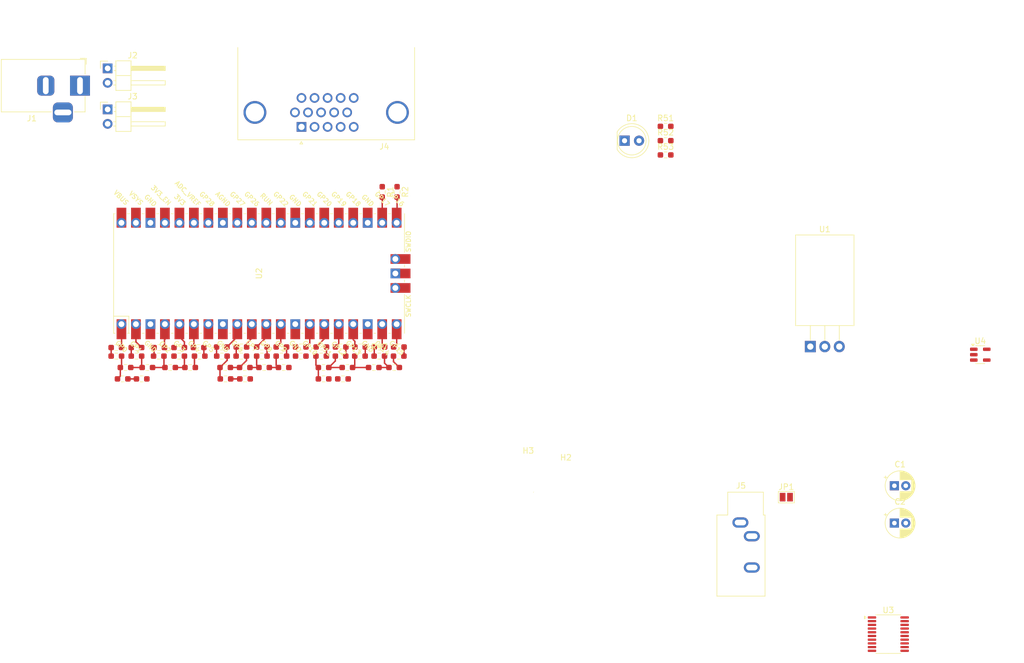
<source format=kicad_pcb>
(kicad_pcb (version 20240108) (generator "pcbnew") (generator_version "8.0")
  (title_block (title "Simplified Pico VGA") (date "2022-12-20") (rev "v01") (comment 3 "License: MIT") (comment 4 "Author: Ben Pohlman"))
  (layers (0 "F.Cu" signal) (31 "B.Cu" signal) (34 "B.Paste" user) (35 "F.Paste" user) (36 "B.SilkS" user "B.Silkscreen") (37 "F.SilkS" user "F.Silkscreen") (38 "B.Mask" user) (39 "F.Mask" user) (44 "Edge.Cuts" user))
  (net 0 "")
  (net 1 "GND")
  (net 2 "/VSYNC")
  (net 3 "/VGA_B")
  (net 4 "/HSYNC")
  (net 5 "/VGA_G")
  (net 6 "/VGA_R")
  (net 7 "/GPIO4")
  (net 8 "/GPIO3")
  (net 9 "/GPIO2")
  (net 10 "/GPIO1")
  (net 11 "/GPIO0")
  (net 12 "/GPIO10")
  (net 13 "/GPIO9")
  (net 14 "/GPIO8")
  (net 15 "/GPIO7")
  (net 16 "/GPIO6")
  (net 17 "/GPIO15")
  (net 18 "/GPIO14")
  (net 19 "/GPIO13")
  (net 20 "/GPIO12")
  (net 21 "/GPIO11")
  (net 22 "/SCL")
  (net 23 "/SDA")
  (net 24 "Net-(J4-Pad14)")
  (net 25 "+5V")
  (net 26 "Net-(R10-Pad1)")
  (net 27 "Net-(R21-Pad2)")
  (net 28 "Net-(R11-Pad2)")
  (net 29 "Net-(R11-Pad1)")
  (net 30 "Net-(R12-Pad1)")
  (net 31 "Net-(R12-Pad2)")
  (net 32 "Net-(R15-Pad2)")
  (net 33 "Net-(R18-Pad2)")
  (net 34 "Net-(R19-Pad2)")
  (net 35 "Net-(R25-Pad2)")
  (net 36 "Net-(R31-Pad2)")
  (net 37 "Net-(R35-Pad2)")
  (net 38 "Net-(R37-Pad2)")
  (net 39 "Net-(R39-Pad2)")
  (net 40 "Net-(R42-Pad2)")
  (net 41 "Net-(R45-Pad2)")
  (net 42 "VIN")
  (net 48 "Net-(J4-Pad13)")
  (net 49 "Net-(C12-Pad1)")
  (net 50 "Net-(R3-Pad2)")
  (net 51 "Net-(R5-Pad2)")
  (net 52 "Net-(R7-Pad2)")
  (net 53 "Net-(R13-Pad2)")
  (net 54 "Net-(R17-Pad2)")
  (net 55 "Net-(R23-Pad2)")
  (net 56 "Net-(R24-Pad2)")
  (net 57 "Net-(R27-Pad2)")
  (net 58 "Net-(R33-Pad2)")
  (net 59 "Net-(R36-Pad2)")
  (net 60 "Net-(R40-Pad2)")
  (net 61 "Net-(R43-Pad2)")
  (net 62 "Net-(R46-Pad2)")
  (net 63 "Net-(R49-Pad2)")
  (net 67 "Net-(C13-Pad1)")
  (net 70 "/GPIO28")
  (net 71 "Net-(D1-A)")
  (net 74 "/GPIO26")
  (net 75 "Net-(JP1-A)")
  (net 78 "+3V3 (OUT)")
  (net 81 "/GPIO27")
  (net 84 "Net-(U3-CAPP)")
  (net 88 "Net-(U3-CAPM)")
  (net 90 "Net-(U3-LDOO)")
  (net 91 "Net-(U3-OUTR)")
  (net 92 "Net-(U3-VNEG)")
  (net 93 "Net-(U3-OUTL)")
  (net 94 "+3V3")
  (net 95 "Net-(U4-BYP)")
  (footprint "Resistor_SMD:R_0603_1608Metric_Pad0.98x0.95mm_HandSolder" (layer "F.Cu") (at 107 46.2875 -90)
    (property "Reference" "R2")
    (property "Value" "47")
  )
  (footprint "Resistor_SMD:R_0603_1608Metric_Pad0.98x0.95mm_HandSolder" (layer "F.Cu") (at 90.1125 73.5 180)
    (property "Reference" "R33" (hide yes))
    (property "Value" "R")
  )
  (footprint "Resistor_SMD:R_0603_1608Metric_Pad0.98x0.95mm_HandSolder" (layer "F.Cu") (at 154.0875 37.29)
    (property "Reference" "R52")
    (property "Value" "470")
  )
  (footprint "Connector_PinHeader_2.54mm:PinHeader_1x02_P2.54mm_Horizontal" (layer "F.Cu") (at 56.25 31.8075)
    (property "Reference" "J3")
    (property "Value" "I2C_B")
  )
  (footprint "Resistor_SMD:R_0603_1608Metric_Pad0.98x0.95mm_HandSolder" (layer "F.Cu") (at 76.9125 79.1)
    (property "Reference" "R9" (hide yes))
    (property "Value" "R")
  )
  (footprint "Resistor_SMD:R_0603_1608Metric_Pad0.98x0.95mm_HandSolder" (layer "F.Cu") (at 97.5125 79.1)
    (property "Reference" "R38" (hide yes))
    (property "Value" "R")
  )
  (footprint "Resistor_SMD:R_0603_1608Metric_Pad0.98x0.95mm_HandSolder" (layer "F.Cu") (at 103.9125 73.5 180)
    (property "Reference" "R46" (hide yes))
    (property "Value" "R")
  )
  (footprint "RPi_Pico:RPi_Pico_SMD_TH" (layer "F.Cu") (at 82.8 60.6 90)
    (property "Reference" "U2")
    (property "Value" "Pico")
  )
  (footprint "Resistor_SMD:R_0603_1608Metric_Pad0.98x0.95mm_HandSolder" (layer "F.Cu") (at 97.1125 73.5)
    (property "Reference" "R40" (hide yes))
    (property "Value" "R")
  )
  (footprint "Resistor_SMD:R_0603_1608Metric_Pad0.98x0.95mm_HandSolder" (layer "F.Cu") (at 67.2125 77.1)
    (property "Reference" "R23" (hide yes))
    (property "Value" "R")
  )
  (footprint "Resistor_SMD:R_0603_1608Metric_Pad0.98x0.95mm_HandSolder" (layer "F.Cu") (at 154.0875 34.78)
    (property "Reference" "R51")
    (property "Value" "470")
  )
  (footprint "Capacitor_THT:CP_Radial_D5.0mm_P2.00mm" (layer "F.Cu") (at 194.2 97.85)
    (property "Reference" "C1")
    (property "Value" "0.33uF")
  )
  (footprint "Connector_BarrelJack:BarrelJack_Horizontal" (layer "F.Cu") (at 51.4 27.6425)
    (property "Reference" "J1")
    (property "Value" "Barrel_Jack")
  )
  (footprint "Resistor_SMD:R_0603_1608Metric_Pad0.98x0.95mm_HandSolder" (layer "F.Cu") (at 86.7125 73.5)
    (property "Reference" "R27" (hide yes))
    (property "Value" "R")
  )
  (footprint "MountingHole:MountingHole_4.3mm_M4" (layer "F.Cu") (at 136 103.6)
    (property "Reference" "H1")
    (property "Value" "MountingHole")
  )
  (footprint "Resistor_SMD:R_0603_1608Metric_Pad0.98x0.95mm_HandSolder" (layer "F.Cu") (at 59.3875 77.1)
    (property "Reference" "R11" (hide yes))
    (property "Value" "R")
  )
  (footprint "Resistor_SMD:R_0603_1608Metric_Pad0.98x0.95mm_HandSolder" (layer "F.Cu") (at 80.2875 77.1)
    (property "Reference" "R18" (hide yes))
    (property "Value" "R")
  )
  (footprint "Package_TO_SOT_SMD:SOT-23-5" (layer "F.Cu") (at 209.2625 74.85)
    (property "Reference" "U4")
    (property "Value" "LD3985M33R_SOT23")
  )
  (footprint "Package_SO:TSSOP-20_4.4x6.5mm_P0.65mm" (layer "F.Cu") (at 193.135225 123.885)
    (property "Reference" "U3")
    (property "Value" "PCM5101A")
  )
  (footprint "Resistor_SMD:R_0603_1608Metric_Pad0.98x0.95mm_HandSolder" (layer "F.Cu") (at 65.3 73.6 180)
    (property "Reference" "R19" (hide yes))
    (property "Value" "R")
  )
  (footprint "Resistor_SMD:R_0603_1608Metric_Pad0.98x0.95mm_HandSolder" (layer "F.Cu") (at 61.3 75.1)
    (property "Reference" "R14" (hide yes))
    (property "Value" "R")
  )
  (footprint "Resistor_SMD:R_0603_1608Metric_Pad0.98x0.95mm_HandSolder" (layer "F.Cu") (at 93.7125 73.5)
    (property "Reference" "R35" (hide yes))
    (property "Value" "R")
  )
  (footprint "MountingHole:MountingHole_4.3mm_M4" (layer "F.Cu") (at 130 97)
    (property "Reference" "H3")
    (property "Value" "MountingHole")
  )
  (footprint "Resistor_SMD:R_0603_1608Metric_Pad0.98x0.95mm_HandSolder" (layer "F.Cu") (at 104.4 46.2875 -90)
    (property "Reference" "R1")
    (property "Value" "47")
  )
  (footprint "Resistor_SMD:R_0603_1608Metric_Pad0.98x0.95mm_HandSolder" (layer "F.Cu") (at 76.8625 77.1)
    (property "Reference" "R12" (hide yes))
    (property "Value" "R")
  )
  (footprint "Jumper:SolderJumper-2_P1.3mm_Open_Pad1.0x1.5mm" (layer "F.Cu") (at 175.25 99.85)
    (property "Reference" "JP1")
    (property "Value" "Open")
  )
  (footprint "Resistor_SMD:R_0603_1608Metric_Pad0.98x0.95mm_HandSolder" (layer "F.Cu") (at 79.7125 73.5 180)
    (property "Reference" "R15" (hide yes))
    (property "Value" "R")
  )
  (footprint "Resistor_SMD:R_0603_1608Metric_Pad0.98x0.95mm_HandSolder" (layer "F.Cu") (at 72.3875 75.1 180)
    (property "Reference" "R32" (hide yes))
    (property "Value" "R")
  )
  (footprint "Connector_Audio:Jack_3.5mm_CUI_SJ1-3533NG_Horizontal" (layer "F.Cu") (at 167.2 104.3)
    (property "Reference" "J5")
    (property "Value" "AudioJack2_Ground")
  )
  (footprint "Resistor_SMD:R_0603_1608Metric_Pad0.98x0.95mm_HandSolder" (layer "F.Cu") (at 70.7125 77.1)
    (property "Reference" "R29" (hide yes))
    (property "Value" "R")
  )
  (footprint "Resistor_SMD:R_0603_1608Metric_Pad0.98x0.95mm_HandSolder" (layer "F.Cu") (at 83.6875 77.1)
    (property "Reference" "R24" (hide yes))
    (property "Value" "R")
  )
  (footprint "LED_THT:LED_D5.0mm" (layer "F.Cu") (at 146.8875 37.3)
    (property "Reference" "D1")
    (property "Value" "LED")
  )
  (footprint "Resistor_SMD:R_0603_1608Metric_Pad0.98x0.95mm_HandSolder" (layer "F.Cu") (at 94.1125 77.1)
    (property "Reference" "R39" (hide yes))
    (property "Value" "R")
  )
  (footprint "Resistor_SMD:R_0603_1608Metric_Pad0.98x0.95mm_HandSolder" (layer "F.Cu") (at 83.2875 73.5)
    (property "Reference" "R21" (hide yes))
    (property "Value" "R")
  )
  (footprint "Resistor_SMD:R_0603_1608Metric_Pad0.98x0.95mm_HandSolder" (layer "F.Cu") (at 63.2125 77.1)
    (property "Reference" "R17" (hide yes))
    (property "Value" "R")
  )
  (footprint "Package_TO_SOT_THT:TO-220-3_Horizontal_TabDown" (layer "F.Cu") (at 179.46 73.43)
    (property "Reference" "U1")
    (property "Value" "LM7805_TO220")
  )
  (footprint "Resistor_SMD:R_0603_1608Metric_Pad0.98x0.95mm_HandSolder" (layer "F.Cu") (at 62.2125 79.1)
    (property "Reference" "R6" (hide yes))
    (property "Value" "R")
  )
  (footprint "Resistor_SMD:R_0603_1608Metric_Pad0.98x0.95mm_HandSolder" (layer "F.Cu") (at 90.1125 75.1)
    (property "Reference" "R34" (hide yes))
    (property "Value" "R")
  )
  (footprint "Resistor_SMD:R_0603_1608Metric_Pad0.98x0.95mm_HandSolder" (layer "F.Cu") (at 61.3 73.6 180)
    (property "Reference" "R13" (hide yes))
    (property "Value" "R")
  )
  (footprint "Connector_PinHeader_2.54mm:PinHeader_1x02_P2.54mm_Horizontal" (layer "F.Cu") (at 56.25 24.6075)
    (property "Reference" "J2")
    (property "Value" "I2C_A")
  )
  (footprint "Resistor_SMD:R_0603_1608Metric_Pad0.98x0.95mm_HandSolder" (layer "F.Cu") (at 80.3375 79.1)
    (property "Reference" "R10" (hide yes))
    (property "Value" "R")
  )
  (footprint "Resistor_SMD:R_0603_1608Metric_Pad0.98x0.95mm_HandSolder" (layer "F.Cu") (at 87.1125 77.1)
    (property "Reference" "R30" (hide yes))
    (property "Value" "R")
  )
  (footprint "Resistor_SMD:R_0603_1608Metric_Pad0.98x0.95mm_HandSolder" (layer "F.Cu") (at 107.3125 73.5)
    (property "Reference" "R49" (hide yes))
    (property "Value" "R")
  )
  (footprint "Resistor_SMD:R_0603_1608Metric_Pad0.98x0.95mm_HandSolder" (layer "F.Cu") (at 106.4875 77.1)
    (property "Reference" "R48" (hide yes))
    (property "Value" "R")
  )
  (footprint "Resistor_SMD:R_0603_1608Metric_Pad0.98x0.95mm_HandSolder" (layer "F.Cu") (at 79.6875 75.1)
    (property "Reference" "R16" (hide yes))
    (property "Value" "R")
  )
  (footprint "Resistor_SMD:R_0603_1608Metric_Pad0.98x0.95mm_HandSolder" (layer "F.Cu") (at 68.8 73.6 180)
    (property "Reference" "R25" (hide yes))
    (property "Value" "R")
  )
  (footprint "RPi_Pico:DSUB-15-L77HDE15SD1CH4F" (layer "F.Cu") (at 94.57 20.91)
    (property "Reference" "J4")
    (property "Value" "L77HDE15SD1CH4F")
  )
  (footprint "Resistor_SMD:R_0603_1608Metric_Pad0.98x0.95mm_HandSolder" (layer "F.Cu") (at 57.7775 75.1)
    (property "Reference" "R4" (hide yes))
    (property "Value" "R")
  )
  (footprint "Capacitor_THT:CP_Radial_D5.0mm_P2.00mm" (layer "F.Cu") (at 194.2 104.4)
    (property "Reference" "C2")
    (property "Value" "0.1uF")
  )
  (footprint "MountingHole:MountingHole_4.3mm_M4" (layer "F.Cu") (at 130.2 103.8)
    (property "Reference" "H4")
    (property "Value" "MountingHole")
  )
  (footprint "Resistor_SMD:R_0603_1608Metric_Pad0.98x0.95mm_HandSolder" (layer "F.Cu") (at 154.0875 39.8)
    (property "Reference" "R53")
    (property "Value" "330")
  )
  (footprint "Resistor_SMD:R_0603_1608Metric_Pad0.98x0.95mm_HandSolder" (layer "F.Cu") (at 57.7775 73.6 180)
    (property "Reference" "R3" (hide yes))
    (property "Value" "R")
  )
  (footprint "Resistor_SMD:R_0603_1608Metric_Pad0.98x0.95mm_HandSolder" (layer "F.Cu") (at 103.8875 75.1)
    (property "Reference" "R47")
    (property "Value" "R")
  )
  (footprint "Resistor_SMD:R_0603_1608Metric_Pad0.98x0.95mm_HandSolder" (layer "F.Cu") (at 76.2875 75.1)
    (property "Reference" "R8" (hide yes))
    (property "Value" "R")
  )
  (footprint "Resistor_SMD:R_0603_1608Metric_Pad0.98x0.95mm_HandSolder" (layer "F.Cu") (at 94.1125 79.1)
    (property "Reference" "R37" (hide yes))
    (property "Value" "R")
  )
  (footprint "Resistor_SMD:R_0603_1608Metric_Pad0.98x0.95mm_HandSolder" (layer "F.Cu") (at 86.7125 75.1 180)
    (property "Reference" "R28" (hide yes))
    (property "Value" "R")
  )
  (footprint "Resistor_SMD:R_0603_1608Metric_Pad0.98x0.95mm_HandSolder" (layer "F.Cu") (at 83.2875 75.1 180)
    (property "Reference" "R22" (hide yes))
    (property "Value" "R")
  )
  (footprint "Resistor_SMD:R_0603_1608Metric_Pad0.98x0.95mm_HandSolder" (layer "F.Cu") (at 65.2125 75.1)
    (property "Reference" "R20" (hide yes))
    (property "Value" "R")
  )
  (footprint "Resistor_SMD:R_0603_1608Metric_Pad0.98x0.95mm_HandSolder" (layer "F.Cu") (at 100.4875 75.1 180)
    (property "Reference" "R44" (hide yes))
    (property "Value" "R")
  )
  (footprint "Resistor_SMD:R_0603_1608Metric_Pad0.98x0.95mm_HandSolder" (layer "F.Cu") (at 76.2625 73.5 180)
    (property "Reference" "R7" (hide yes))
    (property "Value" "R")
  )
  (footprint "Resistor_SMD:R_0603_1608Metric_Pad0.98x0.95mm_HandSolder" (layer "F.Cu") (at 97.0875 75.1 180)
    (property "Reference" "R41" (hide yes))
    (property "Value" "R")
  )
  (footprint "MountingHole:MountingHole_4.3mm_M4" (layer "F.Cu") (at 136.6 98.2)
    (property "Reference" "H2")
    (property "Value" "MountingHole")
  )
  (footprint "Resistor_SMD:R_0603_1608Metric_Pad0.98x0.95mm_HandSolder" (layer "F.Cu") (at 102.9125 77.1)
    (property "Reference" "R45" (hide yes))
    (property "Value" "R")
  )
  (footprint "Resistor_SMD:R_0603_1608Metric_Pad0.98x0.95mm_HandSolder" (layer "F.Cu") (at 72.2125 73.6)
    (property "Reference" "R31" (hide yes))
    (property "Value" "R")
  )
  (footprint "Resistor_SMD:R_0603_1608Metric_Pad0.98x0.95mm_HandSolder" (layer "F.Cu") (at 93.6875 75.1 180)
    (property "Reference" "R36" (hide yes))
    (property "Value" "R")
  )
  (footprint "Resistor_SMD:R_0603_1608Metric_Pad0.98x0.95mm_HandSolder" (layer "F.Cu") (at 98.2875 77.1)
    (property "Reference" "R42" (hide yes))
    (property "Value" "R")
  )
  (footprint "Resistor_SMD:R_0603_1608Metric_Pad0.98x0.95mm_HandSolder" (layer "F.Cu") (at 68.8 75.1)
    (property "Reference" "R26" (hide yes))
    (property "Value" "R")
  )
  (footprint "Resistor_SMD:R_0603_1608Metric_Pad0.98x0.95mm_HandSolder" (layer "F.Cu") (at 107.2875 75.1 180)
    (property "Reference" "R50" (hide yes))
    (property "Value" "R")
  )
  (footprint "Resistor_SMD:R_0603_1608Metric_Pad0.98x0.95mm_HandSolder" (layer "F.Cu") (at 100.5125 73.5)
    (property "Reference" "R43" (hide yes))
    (property "Value" "R")
  )
  (footprint "Resistor_SMD:R_0603_1608Metric_Pad0.98x0.95mm_HandSolder" (layer "F.Cu") (at 58.8875 79.1)
    (property "Reference" "R5" (hide yes))
    (property "Value" "R")
  )
  (segment (start 63.1685 70.0715) (end 63.75 69.49) (width 0.254) (layer "F.Cu") (net 1))
  (segment (start 63.125 79.1) (end 63.1685 79.0565) (width 0.254) (layer "F.Cu") (net 1))
  (segment (start 104.4 51.7) (end 104.39 51.71) (width 0.254) (layer "F.Cu") (net 2))
  (segment (start 104.4 47.2) (end 104.4 51.7) (width 0.254) (layer "F.Cu") (net 2))
  (segment (start 106.375 75.1) (end 106.375 76.075) (width 0.254) (layer "F.Cu") (net 3))
  (segment (start 106.375 76.075) (end 107.4 77.1) (width 0.254) (layer "F.Cu") (net 3))
  (segment (start 107 47.2) (end 107 51.64) (width 0.254) (layer "F.Cu") (net 4))
  (segment (start 107 51.64) (end 106.93 51.71) (width 0.254) (layer "F.Cu") (net 4))
  (segment (start 71.475 76.95) (end 71.625 77.1) (width 0.254) (layer "F.Cu") (net 6))
  (segment (start 71.475 75.1) (end 71.475 76.95) (width 0.254) (layer "F.Cu") (net 6))
  (segment (start 71.37 69.49) (end 71.37 73.53) (width 0.254) (layer "F.Cu") (net 7))
  (segment (start 71.37 73.53) (end 71.3 73.6) (width 0.254) (layer "F.Cu") (net 7))
  (segment (start 69.7125 72.6125) (end 69.7125 73.6) (width 0.254) (layer "F.Cu") (net 8))
  (segment (start 68.83 71.73) (end 69.7125 72.6125) (width 0.254) (layer "F.Cu") (net 8))
  (segment (start 68.83 69.49) (end 68.83 71.73) (width 0.254) (layer "F.Cu") (net 8))
  (segment (start 66.2125 72.2675) (end 66.2125 73.6) (width 0.254) (layer "F.Cu") (net 9))
  (segment (start 66.29 72.19) (end 66.2125 72.2675) (width 0.254) (layer "F.Cu") (net 9))
  (segment (start 66.29 69.49) (end 66.29 72.19) (width 0.254) (layer "F.Cu") (net 9))
  (segment (start 61.21 69.49) (end 61.21 72.5975) (width 0.254) (layer "F.Cu") (net 10))
  (segment (start 61.21 72.5975) (end 62.2125 73.6) (width 0.254) (layer "F.Cu") (net 10))
  (segment (start 58.67 70.57) (end 58.69 70.59) (width 0.254) (layer "F.Cu") (net 11))
  (segment (start 58.69 70.59) (end 58.69 73.6) (width 0.254) (layer "F.Cu") (net 11))
  (segment (start 58.67 69.49) (end 58.67 70.57) (width 0.254) (layer "F.Cu") (net 11))
  (segment (start 91.69 72.835) (end 91.025 73.5) (width 0.254) (layer "F.Cu") (net 12))
  (segment (start 91.69 69.49) (end 91.69 72.835) (width 0.254) (layer "F.Cu") (net 12))
  (segment (start 86.61 69.49) (end 86.61 72.69) (width 0.254) (layer "F.Cu") (net 13))
  (segment (start 86.61 72.69) (end 85.8 73.5) (width 0.254) (layer "F.Cu") (net 13))
  (segment (start 84.07 69.49) (end 84.07 71.805) (width 0.254) (layer "F.Cu") (net 14))
  (segment (start 84.07 71.805) (end 82.375 73.5) (width 0.254) (layer "F.Cu") (net 14))
  (segment (start 81.53 69.49) (end 81.53 71.97) (width 0.254) (layer "F.Cu") (net 15))
  (segment (start 80.625 72.875) (end 80.625 73.5) (width 0.254) (layer "F.Cu") (net 15))
  (segment (start 81.53 71.97) (end 80.625 72.875) (width 0.254) (layer "F.Cu") (net 15))
  (segment (start 80.6 73.525) (end 80.625 73.5) (width 0.254) (layer "F.Cu") (net 15))
  (segment (start 78.99 71.685) (end 77.175 73.5) (width 0.254) (layer "F.Cu") (net 16))
  (segment (start 78.99 69.49) (end 78.99 71.685) (width 0.254) (layer "F.Cu") (net 16))
  (segment (start 106.93 69.49) (end 106.93 72.97) (width 0.254) (layer "F.Cu") (net 17))
  (segment (start 106.93 72.97) (end 106.4 73.5) (width 0.254) (layer "F.Cu") (net 17))
  (segment (start 104.39 73.065) (end 104.825 73.5) (width 0.254) (layer "F.Cu") (net 18))
  (segment (start 104.39 69.49) (end 104.39 73.065) (width 0.254) (layer "F.Cu") (net 18))
  (segment (start 99.31 69.49) (end 99.31 72.21) (width 0.254) (layer "F.Cu") (net 19))
  (segment (start 99.6 72.5) (end 99.6 73.5) (width 0.254) (layer "F.Cu") (net 19))
  (segment (start 99.31 72.21) (end 99.6 72.5) (width 0.254) (layer "F.Cu") (net 19))
  (segment (start 96.77 72.93) (end 96.2 73.5) (width 0.254) (layer "F.Cu") (net 20))
  (segment (start 96.77 69.49) (end 96.77 72.93) (width 0.254) (layer "F.Cu") (net 20))
  (segment (start 94.23 72.07) (end 92.8 73.5) (width 0.254) (layer "F.Cu") (net 21))
  (segment (start 94.23 69.49) (end 94.23 72.07) (width 0.254) (layer "F.Cu") (net 21))
  (segment (start 77.825 79.1) (end 79.425 79.1) (width 0.254) (layer "F.Cu") (net 26))
  (segment (start 84.2 73.5) (end 84.2 75.1) (width 0.254) (layer "F.Cu") (net 27))
  (segment (start 62.2125 77.0125) (end 62.3 77.1) (width 0.254) (layer "F.Cu") (net 28))
  (segment (start 62.2125 75.1) (end 62.2125 77.0125) (width 0.254) (layer "F.Cu") (net 28))
  (segment (start 62.3 77.1) (end 60.3 77.1) (width 0.254) (layer "F.Cu") (net 28))
  (segment (start 58.69 75.1) (end 58.69 76.885) (width 0.254) (layer "F.Cu") (net 29))
  (segment (start 58.69 76.885) (end 58.475 77.1) (width 0.254) (layer "F.Cu") (net 29))
  (segment (start 58.475 77.1) (end 58.475 78.6) (width 0.254) (layer "F.Cu") (net 29))
  (segment (start 58.475 78.6) (end 57.975 79.1) (width 0.254) (layer "F.Cu") (net 29))
  (segment (start 75.95 79.05) (end 76 79.1) (width 0.254) (layer "F.Cu") (net 30))
  (segment (start 77.2 75.85) (end 75.95 77.1) (width 0.254) (layer "F.Cu") (net 30))
  (segment (start 77.2 75.1) (end 77.2 75.85) (width 0.254) (layer "F.Cu") (net 30))
  (segment (start 75.95 77.1) (end 75.95 79.05) (width 0.254) (layer "F.Cu") (net 30))
  (segment (start 80.6 75.875) (end 79.375 77.1) (width 0.254) (layer "F.Cu") (net 31))
  (segment (start 80.6 75.1) (end 80.6 75.875) (width 0.254) (layer "F.Cu") (net 31))
  (segment (start 77.775 77.1) (end 79.375 77.1) (width 0.254) (layer "F.Cu") (net 31))
  (segment (start 78.8 73.5) (end 78.8 75.075) (width 0.254) (layer "F.Cu") (net 32))
  (segment (start 78.8 75.075) (end 78.775 75.1) (width 0.254) (layer "F.Cu") (net 32))
  (segment (start 82.375 75.1) (end 82.375 76.7) (width 0.254) (layer "F.Cu") (net 33))
  (segment (start 81.2 77.1) (end 82.775 77.1) (width 0.254) (layer "F.Cu") (net 33))
  (segment (start 82.375 76.7) (end 82.775 77.1) (width 0.254) (layer "F.Cu") (net 33))
  (segment (start 64.3875 73.6) (end 64.3875 75.0125) (width 0.254) (layer "F.Cu") (net 34))
  (segment (start 64.3875 75.0125) (end 64.3 75.1) (width 0.254) (layer "F.Cu") (net 34))
  (segment (start 73.125 74.925) (end 73.3 75.1) (width 0.254) (layer "F.Cu") (net 36))
  (segment (start 73.125 73.6) (end 73.125 74.925) (width 0.254) (layer "F.Cu") (net 36))
  (segment (start 94.625 73.5) (end 94.625 75.075) (width 0.254) (layer "F.Cu") (net 37))
  (segment (start 94.625 75.075) (end 94.6 75.1) (width 0.254) (layer "F.Cu") (net 37))
  (segment (start 96.175 75.1) (end 96.175 75.95) (width 0.254) (layer "F.Cu") (net 39))
  (segment (start 95.025 77.1) (end 97.375 77.1) (width 0.254) (layer "F.Cu") (net 39))
  (segment (start 96.175 75.95) (end 95.025 77.1) (width 0.254) (layer "F.Cu") (net 39))
  (segment (start 99.575 75.1) (end 99.575 76.725) (width 0.254) (layer "F.Cu") (net 40))
  (segment (start 99.2 77.1) (end 102 77.1) (width 0.254) (layer "F.Cu") (net 40))
  (segment (start 99.575 76.725) (end 99.2 77.1) (width 0.254) (layer "F.Cu") (net 40))
  (segment (start 103.825 77.1) (end 105.575 77.1) (width 0.254) (layer "F.Cu") (net 41))
  (segment (start 104.8 75.1) (end 104.8 76.325) (width 0.254) (layer "F.Cu") (net 41))
  (segment (start 104.8 76.325) (end 105.575 77.1) (width 0.254) (layer "F.Cu") (net 41))
  (segment (start 56.865 73.6) (end 56.865 75.1) (width 0.254) (layer "F.Cu") (net 50))
  (segment (start 59.8 79.1) (end 61.3 79.1) (width 0.254) (layer "F.Cu") (net 51))
  (segment (start 75.35 73.5) (end 75.35 75.075) (width 0.254) (layer "F.Cu") (net 52))
  (segment (start 75.35 75.075) (end 75.375 75.1) (width 0.254) (layer "F.Cu") (net 52))
  (segment (start 60.3875 73.6) (end 60.3875 75.1) (width 0.254) (layer "F.Cu") (net 53))
  (segment (start 66.3 77.1) (end 64.125 77.1) (width 0.254) (layer "F.Cu") (net 54))
  (segment (start 66.125 76.925) (end 66.3 77.1) (width 0.254) (layer "F.Cu") (net 54))
  (segment (start 66.125 75.1) (end 66.125 76.925) (width 0.254) (layer "F.Cu") (net 54))
  (segment (start 69.7125 75.1) (end 69.7125 77.0125) (width 0.254) (layer "F.Cu") (net 55))
  (segment (start 69.7125 77.0125) (end 69.8 77.1) (width 0.254) (layer "F.Cu") (net 55))
  (segment (start 68.125 77.1) (end 69.8 77.1) (width 0.254) (layer "F.Cu") (net 55))
  (segment (start 85.8 75.1) (end 85.8 76.725) (width 0.254) (layer "F.Cu") (net 56))
  (segment (start 84.6 77.1) (end 86.175 77.1) (width 0.254) (layer "F.Cu") (net 56))
  (segment (start 85.8 76.725) (end 86.175 77.1) (width 0.254) (layer "F.Cu") (net 56))
  (segment (start 87.625 75.1) (end 87.625 73.5) (width 0.254) (layer "F.Cu") (net 57))
  (segment (start 92.775 75.1) (end 92.775 76.675) (width 0.254) (layer "F.Cu") (net 59))
  (segment (start 93.2 77.1) (end 93.2 79.1) (width 0.254) (layer "F.Cu") (net 59))
  (segment (start 92.775 76.675) (end 93.2 77.1) (width 0.254) (layer "F.Cu") (net 59))
  (segment (start 98.025 75.075) (end 98 75.1) (width 0.254) (layer "F.Cu") (net 60))
  (segment (start 98.025 73.5) (end 98.025 75.075) (width 0.254) (layer "F.Cu") (net 60))
  (segment (start 101.425 73.5) (end 101.425 75.075) (width 0.254) (layer "F.Cu") (net 61))
  (segment (start 101.425 75.075) (end 101.4 75.1) (width 0.254) (layer "F.Cu") (net 61))
  (segment (start 103 75.075) (end 102.975 75.1) (width 0.254) (layer "F.Cu") (net 62))
  (segment (start 103 73.5) (end 103 75.075) (width 0.254) (layer "F.Cu") (net 62))
  (segment (start 108.225 73.5) (end 108.225 75.075) (width 0.254) (layer "F.Cu") (net 63))
  (segment (start 108.225 75.075) (end 108.2 75.1) (width 0.254) (layer "F.Cu") (net 63))
)
</source>
